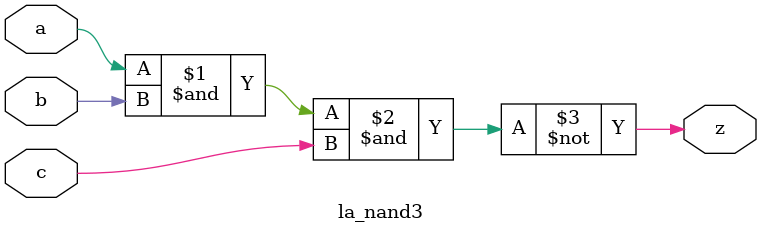
<source format=v>

module la_nand3 #(
    parameter PROP = "DEFAULT"
) (
    input  a,
    input  b,
    input  c,
    output z
);

    assign z = ~(a & b & c);

endmodule

</source>
